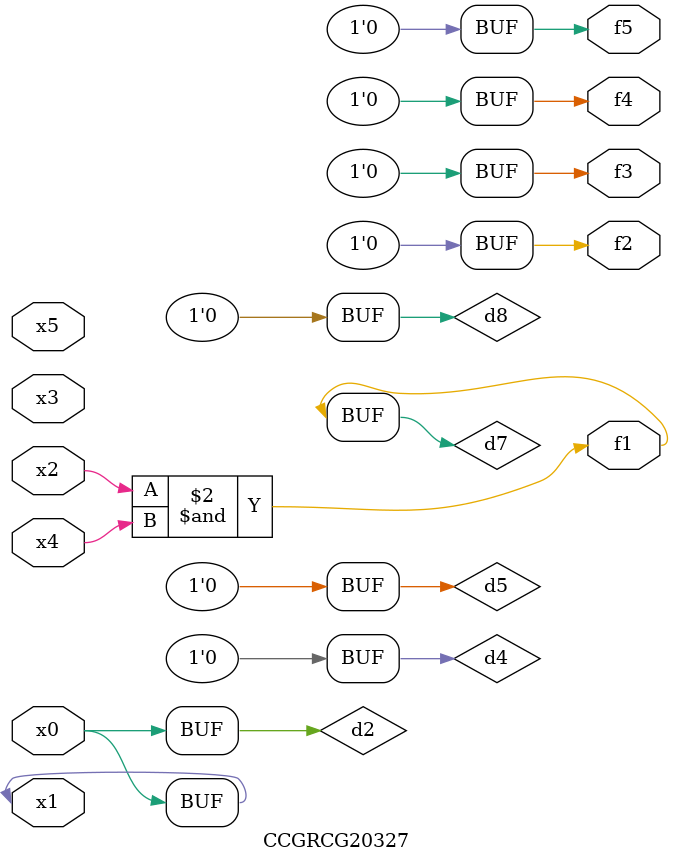
<source format=v>
module CCGRCG20327(
	input x0, x1, x2, x3, x4, x5,
	output f1, f2, f3, f4, f5
);

	wire d1, d2, d3, d4, d5, d6, d7, d8, d9;

	nand (d1, x1);
	buf (d2, x0, x1);
	nand (d3, x2, x4);
	and (d4, d1, d2);
	and (d5, d1, d2);
	nand (d6, d1, d3);
	not (d7, d3);
	xor (d8, d5);
	nor (d9, d5, d6);
	assign f1 = d7;
	assign f2 = d8;
	assign f3 = d8;
	assign f4 = d8;
	assign f5 = d8;
endmodule

</source>
